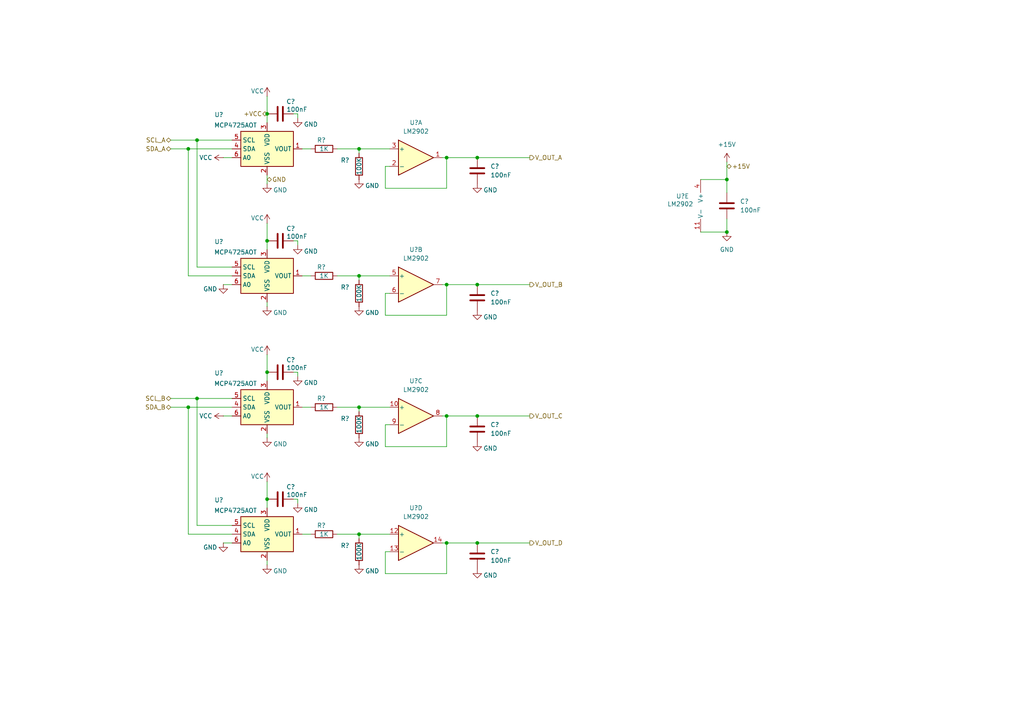
<source format=kicad_sch>
(kicad_sch (version 20250114) (generator "eeschema") (generator_version "9.0")
  (paper "A4")
  (title_block (title "Quad Gerador 0-5V LOW PWR") (date "2025-11-13") (rev "1.0") (company "Centro Oeste Módulos"))
  (lib_symbols
    (symbol "Amplifier_Operational:LM2902" (pin_names (offset 0.127))
      (property "Reference" "U" (at 0 5.08 0))
      (property "Value" "LM2902" (at 0 -5.08 0))
      (symbol "LM2902_1_1"
        (polyline (pts (xy -5.08 5.08) (xy 5.08 0) (xy -5.08 -5.08) (xy -5.08 5.08)) (stroke (width 0.254)) (fill (type background)))
        (pin input line (at -7.62 2.54 0) (length 2.54) (name "+") (number "3"))
        (pin input line (at -7.62 -2.54 0) (length 2.54) (name "-") (number "2"))
        (pin output line (at 7.62 0 180) (length 2.54) (name "~") (number "1"))
      )
      (symbol "LM2902_2_1"
        (polyline (pts (xy -5.08 5.08) (xy 5.08 0) (xy -5.08 -5.08) (xy -5.08 5.08)) (stroke (width 0.254)) (fill (type background)))
        (pin input line (at -7.62 2.54 0) (length 2.54) (name "+") (number "5"))
        (pin input line (at -7.62 -2.54 0) (length 2.54) (name "-") (number "6"))
        (pin output line (at 7.62 0 180) (length 2.54) (name "~") (number "7"))
      )
      (symbol "LM2902_3_1"
        (polyline (pts (xy -5.08 5.08) (xy 5.08 0) (xy -5.08 -5.08) (xy -5.08 5.08)) (stroke (width 0.254)) (fill (type background)))
        (pin input line (at -7.62 2.54 0) (length 2.54) (name "+") (number "10"))
        (pin input line (at -7.62 -2.54 0) (length 2.54) (name "-") (number "9"))
        (pin output line (at 7.62 0 180) (length 2.54) (name "~") (number "8"))
      )
      (symbol "LM2902_4_1"
        (polyline (pts (xy -5.08 5.08) (xy 5.08 0) (xy -5.08 -5.08) (xy -5.08 5.08)) (stroke (width 0.254)) (fill (type background)))
        (pin input line (at -7.62 2.54 0) (length 2.54) (name "+") (number "12"))
        (pin input line (at -7.62 -2.54 0) (length 2.54) (name "-") (number "13"))
        (pin output line (at 7.62 0 180) (length 2.54) (name "~") (number "14"))
      )
      (symbol "LM2902_5_1"
        (pin power_in line (at -2.54 7.62 270) (length 3.81) (name "V+") (number "4"))
        (pin power_in line (at -2.54 -7.62 90) (length 3.81) (name "V-") (number "11"))
      )
    )
    (symbol "Analog_DAC:MCP4725xxx-xCH"
      (property "Reference" "U" (at -6.35 6.35 0))
      (property "Value" "MCP4725xxx-xCH" (at 8.89 6.35 0))
      (symbol "MCP4725xxx-xCH_0_1"
        (rectangle (start -7.62 5.08) (end 7.62 -5.08) (stroke (width 0.254)) (fill (type background)))
      )
      (symbol "MCP4725xxx-xCH_1_1"
        (pin input line (at -10.16 2.54 0) (length 2.54) (name "SCL") (number "5"))
        (pin bidirectional line (at -10.16 0 0) (length 2.54) (name "SDA") (number "4"))
        (pin input line (at -10.16 -2.54 0) (length 2.54) (name "A0") (number "6"))
        (pin power_in line (at 0 7.62 270) (length 2.54) (name "VDD") (number "3"))
        (pin power_in line (at 0 -7.62 90) (length 2.54) (name "VSS") (number "2"))
        (pin output line (at 10.16 0 180) (length 2.54) (name "VOUT") (number "1"))
      )
    )
    (symbol "Device:C" (pin_numbers (hide yes)) (pin_names (offset 0.254))
      (property "Reference" "C" (at 0.635 2.54 0))
      (property "Value" "C" (at 0.635 -2.54 0))
      (symbol "C_0_1"
        (polyline (pts (xy -2.032 0.762) (xy 2.032 0.762)) (stroke (width 0.508)))
        (polyline (pts (xy -2.032 -0.762) (xy 2.032 -0.762)) (stroke (width 0.508)))
      )
      (symbol "C_1_1"
        (pin passive line (at 0 3.81 270) (length 2.794) (name "~") (number "1"))
        (pin passive line (at 0 -3.81 90) (length 2.794) (name "~") (number "2"))
      )
    )
    (symbol "Device:R" (pin_numbers (hide yes)) (pin_names (offset 0))
      (property "Reference" "R" (at 2.032 0 90))
      (property "Value" "R" (at 0 0 90))
      (symbol "R_0_1"
        (rectangle (start -1.016 -2.54) (end 1.016 2.54) (stroke (width 0.254)))
      )
      (symbol "R_1_1"
        (pin passive line (at 0 3.81 270) (length 1.27) (name "~") (number "1"))
        (pin passive line (at 0 -3.81 90) (length 1.27) (name "~") (number "2"))
      )
    )
    (symbol "power:+15V" (power) (pin_numbers (hide yes)) (pin_names (offset 0) (hide yes))
      (property "Value" "+15V" (at 0 3.556 0))
      (symbol "+15V_0_1"
        (polyline (pts (xy -0.762 1.27) (xy 0 2.54)))
        (polyline (pts (xy 0 2.54) (xy 0.762 1.27)))
        (polyline (pts (xy 0 0) (xy 0 2.54)))
      )
      (symbol "+15V_1_1"
        (pin power_in line (at 0 0 90) (length 0) (name "~") (number "1"))
      )
    )
    (symbol "power:GND" (power) (pin_numbers (hide yes)) (pin_names (offset 0) (hide yes))
      (property "Value" "GND" (at 0 -3.81 0))
      (symbol "GND_0_1"
        (polyline (pts (xy 0 0) (xy 0 -1.27) (xy 1.27 -1.27) (xy 0 -2.54) (xy -1.27 -1.27) (xy 0 -1.27)))
      )
      (symbol "GND_1_1"
        (pin power_in line (at 0 0 270) (length 0) (name "~") (number "1"))
      )
    )
    (symbol "power:VCC" (power) (pin_numbers (hide yes)) (pin_names (offset 0) (hide yes))
      (property "Value" "VCC" (at 0 3.556 0))
      (symbol "VCC_0_1"
        (polyline (pts (xy -0.762 1.27) (xy 0 2.54)))
        (polyline (pts (xy 0 2.54) (xy 0.762 1.27)))
        (polyline (pts (xy 0 0) (xy 0 2.54)))
      )
      (symbol "VCC_1_1"
        (pin power_in line (at 0 0 90) (length 0) (name "~") (number "1"))
      )
    )
  )
  (junction (at 210.82 52.07))
  (junction (at 104.14 43.18))
  (junction (at 138.43 82.55))
  (junction (at 54.61 118.11))
  (junction (at 57.15 115.57))
  (junction (at 54.61 43.18))
  (junction (at 77.47 144.78))
  (junction (at 77.47 107.95))
  (junction (at 57.15 40.64))
  (junction (at 138.43 157.48))
  (junction (at 129.54 157.48))
  (junction (at 129.54 120.65))
  (junction (at 138.43 45.72))
  (junction (at 104.14 80.01))
  (junction (at 210.82 67.31))
  (junction (at 104.14 154.94))
  (junction (at 138.43 120.65))
  (junction (at 129.54 82.55))
  (junction (at 104.14 118.11))
  (junction (at 129.54 45.72))
  (junction (at 77.47 33.02))
  (junction (at 77.47 69.85))
  (wire (pts (xy 86.36 69.85) (xy 85.09 69.85)))
  (wire (pts (xy 111.76 123.19) (xy 111.76 129.54)))
  (wire (pts (xy 129.54 45.72) (xy 128.27 45.72)))
  (wire (pts (xy 64.77 82.55) (xy 67.31 82.55)))
  (wire (pts (xy 138.43 120.65) (xy 153.67 120.65)))
  (wire (pts (xy 64.77 45.72) (xy 67.31 45.72)))
  (wire (pts (xy 67.31 77.47) (xy 57.15 77.47)))
  (wire (pts (xy 129.54 166.37) (xy 129.54 157.48)))
  (wire (pts (xy 87.63 154.94) (xy 90.17 154.94)))
  (wire (pts (xy 57.15 152.4) (xy 57.15 115.57)))
  (wire (pts (xy 104.14 118.11) (xy 104.14 119.38)))
  (wire (pts (xy 129.54 91.44) (xy 129.54 82.55)))
  (wire (pts (xy 113.03 48.26) (xy 111.76 48.26)))
  (wire (pts (xy 86.36 33.02) (xy 85.09 33.02)))
  (wire (pts (xy 77.47 69.85) (xy 77.47 72.39)))
  (wire (pts (xy 129.54 157.48) (xy 128.27 157.48)))
  (wire (pts (xy 57.15 115.57) (xy 67.31 115.57)))
  (wire (pts (xy 104.14 80.01) (xy 104.14 81.28)))
  (wire (pts (xy 77.47 88.9) (xy 77.47 87.63)))
  (wire (pts (xy 86.36 107.95) (xy 86.36 109.22)))
  (wire (pts (xy 129.54 120.65) (xy 138.43 120.65)))
  (wire (pts (xy 104.14 43.18) (xy 104.14 44.45)))
  (wire (pts (xy 129.54 82.55) (xy 138.43 82.55)))
  (wire (pts (xy 54.61 118.11) (xy 67.31 118.11)))
  (wire (pts (xy 77.47 127) (xy 77.47 125.73)))
  (wire (pts (xy 86.36 33.02) (xy 86.36 34.29)))
  (wire (pts (xy 203.2 52.07) (xy 210.82 52.07)))
  (wire (pts (xy 111.76 91.44) (xy 129.54 91.44)))
  (wire (pts (xy 113.03 123.19) (xy 111.76 123.19)))
  (wire (pts (xy 138.43 82.55) (xy 153.67 82.55)))
  (wire (pts (xy 104.14 80.01) (xy 113.03 80.01)))
  (wire (pts (xy 97.79 43.18) (xy 104.14 43.18)))
  (wire (pts (xy 104.14 154.94) (xy 113.03 154.94)))
  (wire (pts (xy 129.54 45.72) (xy 138.43 45.72)))
  (wire (pts (xy 77.47 144.78) (xy 77.47 147.32)))
  (wire (pts (xy 129.54 82.55) (xy 128.27 82.55)))
  (wire (pts (xy 129.54 157.48) (xy 138.43 157.48)))
  (wire (pts (xy 49.53 115.57) (xy 57.15 115.57)))
  (wire (pts (xy 86.36 69.85) (xy 86.36 71.12)))
  (wire (pts (xy 138.43 45.72) (xy 153.67 45.72)))
  (wire (pts (xy 97.79 118.11) (xy 104.14 118.11)))
  (wire (pts (xy 77.47 53.34) (xy 77.47 50.8)))
  (wire (pts (xy 97.79 154.94) (xy 104.14 154.94)))
  (wire (pts (xy 113.03 85.09) (xy 111.76 85.09)))
  (wire (pts (xy 87.63 43.18) (xy 90.17 43.18)))
  (wire (pts (xy 129.54 120.65) (xy 128.27 120.65)))
  (wire (pts (xy 138.43 157.48) (xy 153.67 157.48)))
  (wire (pts (xy 64.77 120.65) (xy 67.31 120.65)))
  (wire (pts (xy 77.47 64.77) (xy 77.47 69.85)))
  (wire (pts (xy 77.47 163.83) (xy 77.47 162.56)))
  (wire (pts (xy 77.47 33.02) (xy 77.47 35.56)))
  (wire (pts (xy 203.2 67.31) (xy 210.82 67.31)))
  (wire (pts (xy 67.31 152.4) (xy 57.15 152.4)))
  (wire (pts (xy 49.53 43.18) (xy 54.61 43.18)))
  (wire (pts (xy 86.36 144.78) (xy 85.09 144.78)))
  (wire (pts (xy 129.54 54.61) (xy 129.54 45.72)))
  (wire (pts (xy 49.53 40.64) (xy 57.15 40.64)))
  (wire (pts (xy 111.76 166.37) (xy 129.54 166.37)))
  (wire (pts (xy 86.36 107.95) (xy 85.09 107.95)))
  (wire (pts (xy 77.47 102.87) (xy 77.47 107.95)))
  (wire (pts (xy 57.15 77.47) (xy 57.15 40.64)))
  (wire (pts (xy 54.61 154.94) (xy 54.61 118.11)))
  (wire (pts (xy 57.15 40.64) (xy 67.31 40.64)))
  (wire (pts (xy 111.76 48.26) (xy 111.76 54.61)))
  (wire (pts (xy 104.14 154.94) (xy 104.14 156.21)))
  (wire (pts (xy 129.54 129.54) (xy 129.54 120.65)))
  (wire (pts (xy 210.82 46.99) (xy 210.82 52.07)))
  (wire (pts (xy 210.82 52.07) (xy 210.82 55.88)))
  (wire (pts (xy 54.61 80.01) (xy 54.61 43.18)))
  (wire (pts (xy 77.47 107.95) (xy 77.47 110.49)))
  (wire (pts (xy 64.77 157.48) (xy 67.31 157.48)))
  (wire (pts (xy 67.31 80.01) (xy 54.61 80.01)))
  (wire (pts (xy 104.14 43.18) (xy 113.03 43.18)))
  (wire (pts (xy 54.61 43.18) (xy 67.31 43.18)))
  (wire (pts (xy 77.47 139.7) (xy 77.47 144.78)))
  (wire (pts (xy 111.76 54.61) (xy 129.54 54.61)))
  (wire (pts (xy 86.36 144.78) (xy 86.36 146.05)))
  (wire (pts (xy 87.63 80.01) (xy 90.17 80.01)))
  (wire (pts (xy 111.76 129.54) (xy 129.54 129.54)))
  (wire (pts (xy 111.76 85.09) (xy 111.76 91.44)))
  (wire (pts (xy 104.14 118.11) (xy 113.03 118.11)))
  (wire (pts (xy 210.82 63.5) (xy 210.82 67.31)))
  (wire (pts (xy 87.63 118.11) (xy 90.17 118.11)))
  (wire (pts (xy 97.79 80.01) (xy 104.14 80.01)))
  (wire (pts (xy 67.31 154.94) (xy 54.61 154.94)))
  (wire (pts (xy 113.03 160.02) (xy 111.76 160.02)))
  (wire (pts (xy 49.53 118.11) (xy 54.61 118.11)))
  (wire (pts (xy 77.47 27.94) (xy 77.47 33.02)))
  (wire (pts (xy 111.76 160.02) (xy 111.76 166.37)))
  (hierarchical_label "V_OUT_D" (shape output) (at 153.67 157.48 0))
  (hierarchical_label "V_OUT_C" (shape output) (at 153.67 120.65 0))
  (hierarchical_label "V_OUT_B" (shape output) (at 153.67 82.55 0))
  (hierarchical_label "V_OUT_A" (shape output) (at 153.67 45.72 0))
  (hierarchical_label "SCL_A" (shape bidirectional) (at 49.53 40.64 180))
  (hierarchical_label "SDA_A" (shape bidirectional) (at 49.53 43.18 180))
  (hierarchical_label "SCL_B" (shape bidirectional) (at 49.53 115.57 180))
  (hierarchical_label "SDA_B" (shape bidirectional) (at 49.53 118.11 180))
  (hierarchical_label "+VCC" (shape bidirectional) (at 77.47 33.02 180))
  (hierarchical_label "GND" (shape bidirectional) (at 77.47 52.07 0))
  (hierarchical_label "+15V" (shape bidirectional) (at 210.82 48.26 0))
  (symbol (lib_id "power:GND") (at 104.14 127 0) (unit 1)
    (property "Reference" "#PWR?" (effects (hide yes)))
    (property "Value" "GND" (at 107.95 128.778 0))
    (property "Description" "Power symbol creates a global label with name \"GND\" , ground" (effects (hide yes)))
  )
  (symbol (lib_id "power:GND") (at 86.36 146.05 0) (unit 1)
    (property "Reference" "#PWR?" (effects (hide yes)))
    (property "Value" "GND" (at 90.17 147.828 0))
    (property "Description" "Power symbol creates a global label with name \"GND\" , ground" (effects (hide yes)))
  )
  (symbol (lib_id "Amplifier_Operational:LM2902") (at 120.65 120.65 0) (unit 3)
    (property "Reference" "U?" (at 120.65 110.49 0))
    (property "Value" "LM2902" (at 120.65 113.03 0))
    (property "Footprint" "Package_SO:SOIC-14_3.9x8.7mm_P1.27mm" (effects (hide yes)))
    (property "Datasheet" "http://www.ti.com/lit/ds/symlink/lm2902-n.pdf" (effects (hide yes)))
    (property "Description" "Low-Power, Quad-Operational Amplifiers, DIP-14/SOIC-14/SSOP-14" (effects (hide yes)))
  )
  (symbol (lib_id "Device:R") (at 93.98 118.11 90) (unit 1)
    (property "Reference" "R?" (at 93.218 115.57 90))
    (property "Value" "1K" (at 93.98 118.11 90))
    (property "Footprint" "Resistor_SMD:R_0805_2012Metric" (effects (hide yes)))
    (property "Description" "Resistor" (effects (hide yes)))
  )
  (symbol (lib_id "power:GND") (at 104.14 52.07 0) (unit 1)
    (property "Reference" "#PWR?" (effects (hide yes)))
    (property "Value" "GND" (at 107.95 53.848 0))
    (property "Description" "Power symbol creates a global label with name \"GND\" , ground" (effects (hide yes)))
  )
  (symbol (lib_id "Analog_DAC:MCP4725xxx-xCH") (at 77.47 118.11 0) (unit 1)
    (property "Reference" "U?" (at 63.5 108.204 0))
    (property "Value" "MCP4725AOT" (at 68.326 111.252 0))
    (property "Footprint" "Package_TO_SOT_SMD:SOT-23-6" (effects (hide yes)))
    (property "Datasheet" "http://ww1.microchip.com/downloads/en/DeviceDoc/22039d.pdf" (effects (hide yes)))
    (property "Description" "12-bit Digital-to-Analog Converter, integrated EEPROM, I2C interface, SOT-23-6" (effects (hide yes)))
  )
  (symbol (lib_id "power:VCC") (at 77.47 102.87 0) (unit 1)
    (property "Reference" "#PWR?" (effects (hide yes)))
    (property "Value" "VCC" (at 74.676 101.346 0))
    (property "Description" "Power symbol creates a global label with name \"VCC\"" (effects (hide yes)))
  )
  (symbol (lib_id "power:GND") (at 138.43 165.1 0) (unit 1)
    (property "Reference" "#PWR?" (effects (hide yes)))
    (property "Value" "GND" (at 142.24 166.878 0))
    (property "Description" "Power symbol creates a global label with name \"GND\" , ground" (effects (hide yes)))
  )
  (symbol (lib_id "power:GND") (at 64.77 157.48 0) (unit 1)
    (property "Reference" "#PWR?" (effects (hide yes)))
    (property "Value" "GND" (at 60.96 158.75 0))
    (property "Description" "Power symbol creates a global label with name \"GND\" , ground" (effects (hide yes)))
  )
  (symbol (lib_id "Device:R") (at 104.14 123.19 180) (unit 1)
    (property "Reference" "R?" (at 98.806 121.412 0) (effects (justify right)))
    (property "Value" "100K" (at 104.14 125.73 90) (effects (justify right)))
    (property "Footprint" "Resistor_SMD:R_0805_2012Metric" (effects (hide yes)))
    (property "Description" "Resistor" (effects (hide yes)))
  )
  (symbol (lib_id "Amplifier_Operational:LM2902") (at 120.65 157.48 0) (unit 4)
    (property "Reference" "U?" (at 120.65 147.32 0))
    (property "Value" "LM2902" (at 120.65 149.86 0))
    (property "Footprint" "Package_SO:SOIC-14_3.9x8.7mm_P1.27mm" (effects (hide yes)))
    (property "Datasheet" "http://www.ti.com/lit/ds/symlink/lm2902-n.pdf" (effects (hide yes)))
    (property "Description" "Low-Power, Quad-Operational Amplifiers, DIP-14/SOIC-14/SSOP-14" (effects (hide yes)))
  )
  (symbol (lib_id "power:VCC") (at 64.77 120.65 90) (unit 1)
    (property "Reference" "#PWR?" (effects (hide yes)))
    (property "Value" "VCC" (at 59.69 120.65 90))
    (property "Description" "Power symbol creates a global label with name \"VCC\"" (effects (hide yes)))
  )
  (symbol (lib_id "power:VCC") (at 77.47 139.7 0) (unit 1)
    (property "Reference" "#PWR?" (effects (hide yes)))
    (property "Value" "VCC" (at 74.676 138.176 0))
    (property "Description" "Power symbol creates a global label with name \"VCC\"" (effects (hide yes)))
  )
  (symbol (lib_id "Device:C") (at 81.28 33.02 90) (unit 1)
    (property "Reference" "C?" (at 84.328 29.464 90))
    (property "Value" "100nF" (at 86.106 31.75 90))
    (property "Footprint" "Capacitor_SMD:C_0805_2012Metric" (effects (hide yes)))
    (property "Description" "Unpolarized capacitor" (effects (hide yes)))
  )
  (symbol (lib_id "Device:R") (at 104.14 85.09 180) (unit 1)
    (property "Reference" "R?" (at 98.806 83.312 0) (effects (justify right)))
    (property "Value" "100K" (at 104.14 87.63 90) (effects (justify right)))
    (property "Footprint" "Resistor_SMD:R_0805_2012Metric" (effects (hide yes)))
    (property "Description" "Resistor" (effects (hide yes)))
  )
  (symbol (lib_id "power:GND") (at 138.43 53.34 0) (unit 1)
    (property "Reference" "#PWR?" (effects (hide yes)))
    (property "Value" "GND" (at 142.24 55.118 0))
    (property "Description" "Power symbol creates a global label with name \"GND\" , ground" (effects (hide yes)))
  )
  (symbol (lib_id "power:GND") (at 86.36 34.29 0) (unit 1)
    (property "Reference" "#PWR?" (effects (hide yes)))
    (property "Value" "GND" (at 90.17 36.068 0))
    (property "Description" "Power symbol creates a global label with name \"GND\" , ground" (effects (hide yes)))
  )
  (symbol (lib_id "power:GND") (at 77.47 53.34 0) (unit 1)
    (property "Reference" "#PWR?" (effects (hide yes)))
    (property "Value" "GND" (at 81.28 55.118 0))
    (property "Description" "Power symbol creates a global label with name \"GND\" , ground" (effects (hide yes)))
  )
  (symbol (lib_id "Device:C") (at 81.28 69.85 90) (unit 1)
    (property "Reference" "C?" (at 84.328 66.294 90))
    (property "Value" "100nF" (at 86.106 68.58 90))
    (property "Footprint" "Capacitor_SMD:C_0805_2012Metric" (effects (hide yes)))
    (property "Description" "Unpolarized capacitor" (effects (hide yes)))
  )
  (symbol (lib_id "power:GND") (at 138.43 128.27 0) (unit 1)
    (property "Reference" "#PWR?" (effects (hide yes)))
    (property "Value" "GND" (at 142.24 130.048 0))
    (property "Description" "Power symbol creates a global label with name \"GND\" , ground" (effects (hide yes)))
  )
  (symbol (lib_id "Device:C") (at 138.43 161.29 0) (unit 1)
    (property "Reference" "C?" (at 142.24 160.0199 0) (effects (justify left)))
    (property "Value" "100nF" (at 142.24 162.5599 0) (effects (justify left)))
    (property "Footprint" "Capacitor_SMD:C_0805_2012Metric" (effects (hide yes)))
    (property "Description" "Unpolarized capacitor" (effects (hide yes)))
  )
  (symbol (lib_id "power:GND") (at 104.14 163.83 0) (unit 1)
    (property "Reference" "#PWR?" (effects (hide yes)))
    (property "Value" "GND" (at 107.95 165.608 0))
    (property "Description" "Power symbol creates a global label with name \"GND\" , ground" (effects (hide yes)))
  )
  (symbol (lib_id "power:GND") (at 64.77 82.55 0) (unit 1)
    (property "Reference" "#PWR?" (effects (hide yes)))
    (property "Value" "GND" (at 60.96 83.82 0))
    (property "Description" "Power symbol creates a global label with name \"GND\" , ground" (effects (hide yes)))
  )
  (symbol (lib_id "Analog_DAC:MCP4725xxx-xCH") (at 77.47 80.01 0) (unit 1)
    (property "Reference" "U?" (at 63.5 70.104 0))
    (property "Value" "MCP4725AOT" (at 68.326 73.152 0))
    (property "Footprint" "Package_TO_SOT_SMD:SOT-23-6" (effects (hide yes)))
    (property "Datasheet" "http://ww1.microchip.com/downloads/en/DeviceDoc/22039d.pdf" (effects (hide yes)))
    (property "Description" "12-bit Digital-to-Analog Converter, integrated EEPROM, I2C interface, SOT-23-6" (effects (hide yes)))
  )
  (symbol (lib_id "Amplifier_Operational:LM2902") (at 205.74 59.69 0) (unit 5)
    (property "Reference" "U?" (at 196.088 56.896 0) (effects (justify left)))
    (property "Value" "LM2902" (at 193.548 59.182 0) (effects (justify left)))
    (property "Footprint" "Package_SO:SOIC-14_3.9x8.7mm_P1.27mm" (effects (hide yes)))
    (property "Datasheet" "http://www.ti.com/lit/ds/symlink/lm2902-n.pdf" (effects (hide yes)))
    (property "Description" "Low-Power, Quad-Operational Amplifiers, DIP-14/SOIC-14/SSOP-14" (effects (hide yes)))
  )
  (symbol (lib_id "power:VCC") (at 77.47 27.94 0) (unit 1)
    (property "Reference" "#PWR?" (effects (hide yes)))
    (property "Value" "VCC" (at 74.676 26.416 0))
    (property "Description" "Power symbol creates a global label with name \"VCC\"" (effects (hide yes)))
  )
  (symbol (lib_id "power:GND") (at 138.43 90.17 0) (unit 1)
    (property "Reference" "#PWR?" (effects (hide yes)))
    (property "Value" "GND" (at 142.24 91.948 0))
    (property "Description" "Power symbol creates a global label with name \"GND\" , ground" (effects (hide yes)))
  )
  (symbol (lib_id "Amplifier_Operational:LM2902") (at 120.65 45.72 0) (unit 1)
    (property "Reference" "U?" (at 120.65 35.56 0))
    (property "Value" "LM2902" (at 120.65 38.1 0))
    (property "Footprint" "Package_SO:SOIC-14_3.9x8.7mm_P1.27mm" (effects (hide yes)))
    (property "Datasheet" "http://www.ti.com/lit/ds/symlink/lm2902-n.pdf" (effects (hide yes)))
    (property "Description" "Low-Power, Quad-Operational Amplifiers, DIP-14/SOIC-14/SSOP-14" (effects (hide yes)))
  )
  (symbol (lib_id "Device:R") (at 93.98 80.01 90) (unit 1)
    (property "Reference" "R?" (at 93.218 77.47 90))
    (property "Value" "1K" (at 93.98 80.01 90))
    (property "Footprint" "Resistor_SMD:R_0805_2012Metric" (effects (hide yes)))
    (property "Description" "Resistor" (effects (hide yes)))
  )
  (symbol (lib_id "Device:C") (at 138.43 124.46 0) (unit 1)
    (property "Reference" "C?" (at 142.24 123.1899 0) (effects (justify left)))
    (property "Value" "100nF" (at 142.24 125.7299 0) (effects (justify left)))
    (property "Footprint" "Capacitor_SMD:C_0805_2012Metric" (effects (hide yes)))
    (property "Description" "Unpolarized capacitor" (effects (hide yes)))
  )
  (symbol (lib_id "power:VCC") (at 64.77 45.72 90) (unit 1)
    (property "Reference" "#PWR?" (effects (hide yes)))
    (property "Value" "VCC" (at 59.69 45.72 90))
    (property "Description" "Power symbol creates a global label with name \"VCC\"" (effects (hide yes)))
  )
  (symbol (lib_id "Device:R") (at 93.98 154.94 90) (unit 1)
    (property "Reference" "R?" (at 93.218 152.4 90))
    (property "Value" "1K" (at 93.98 154.94 90))
    (property "Footprint" "Resistor_SMD:R_0805_2012Metric" (effects (hide yes)))
    (property "Description" "Resistor" (effects (hide yes)))
  )
  (symbol (lib_id "power:GND") (at 86.36 71.12 0) (unit 1)
    (property "Reference" "#PWR?" (effects (hide yes)))
    (property "Value" "GND" (at 90.17 72.898 0))
    (property "Description" "Power symbol creates a global label with name \"GND\" , ground" (effects (hide yes)))
  )
  (symbol (lib_id "Device:R") (at 93.98 43.18 90) (unit 1)
    (property "Reference" "R?" (at 93.218 40.64 90))
    (property "Value" "1K" (at 93.98 43.18 90))
    (property "Footprint" "Resistor_SMD:R_0805_2012Metric" (effects (hide yes)))
    (property "Description" "Resistor" (effects (hide yes)))
  )
  (symbol (lib_id "Analog_DAC:MCP4725xxx-xCH") (at 77.47 154.94 0) (unit 1)
    (property "Reference" "U?" (at 63.5 145.034 0))
    (property "Value" "MCP4725AOT" (at 68.326 148.082 0))
    (property "Footprint" "Package_TO_SOT_SMD:SOT-23-6" (effects (hide yes)))
    (property "Datasheet" "http://ww1.microchip.com/downloads/en/DeviceDoc/22039d.pdf" (effects (hide yes)))
    (property "Description" "12-bit Digital-to-Analog Converter, integrated EEPROM, I2C interface, SOT-23-6" (effects (hide yes)))
  )
  (symbol (lib_id "Device:C") (at 81.28 107.95 90) (unit 1)
    (property "Reference" "C?" (at 84.328 104.394 90))
    (property "Value" "100nF" (at 86.106 106.68 90))
    (property "Footprint" "Capacitor_SMD:C_0805_2012Metric" (effects (hide yes)))
    (property "Description" "Unpolarized capacitor" (effects (hide yes)))
  )
  (symbol (lib_id "Device:R") (at 104.14 160.02 180) (unit 1)
    (property "Reference" "R?" (at 98.806 158.242 0) (effects (justify right)))
    (property "Value" "100K" (at 104.14 162.56 90) (effects (justify right)))
    (property "Footprint" "Resistor_SMD:R_0805_2012Metric" (effects (hide yes)))
    (property "Description" "Resistor" (effects (hide yes)))
  )
  (symbol (lib_id "power:GND") (at 77.47 88.9 0) (unit 1)
    (property "Reference" "#PWR?" (effects (hide yes)))
    (property "Value" "GND" (at 81.28 90.678 0))
    (property "Description" "Power symbol creates a global label with name \"GND\" , ground" (effects (hide yes)))
  )
  (symbol (lib_id "power:GND") (at 86.36 109.22 0) (unit 1)
    (property "Reference" "#PWR?" (effects (hide yes)))
    (property "Value" "GND" (at 90.17 110.998 0))
    (property "Description" "Power symbol creates a global label with name \"GND\" , ground" (effects (hide yes)))
  )
  (symbol (lib_id "power:GND") (at 77.47 163.83 0) (unit 1)
    (property "Reference" "#PWR?" (effects (hide yes)))
    (property "Value" "GND" (at 81.28 165.608 0))
    (property "Description" "Power symbol creates a global label with name \"GND\" , ground" (effects (hide yes)))
  )
  (symbol (lib_id "power:GND") (at 210.82 67.31 0) (unit 1)
    (property "Reference" "#PWR?" (effects (hide yes)))
    (property "Value" "GND" (at 210.82 72.39 0))
    (property "Description" "Power symbol creates a global label with name \"GND\" , ground" (effects (hide yes)))
  )
  (symbol (lib_id "Amplifier_Operational:LM2902") (at 120.65 82.55 0) (unit 2)
    (property "Reference" "U?" (at 120.65 72.39 0))
    (property "Value" "LM2902" (at 120.65 74.93 0))
    (property "Footprint" "Package_SO:SOIC-14_3.9x8.7mm_P1.27mm" (effects (hide yes)))
    (property "Datasheet" "http://www.ti.com/lit/ds/symlink/lm2902-n.pdf" (effects (hide yes)))
    (property "Description" "Low-Power, Quad-Operational Amplifiers, DIP-14/SOIC-14/SSOP-14" (effects (hide yes)))
  )
  (symbol (lib_id "Device:R") (at 104.14 48.26 180) (unit 1)
    (property "Reference" "R?" (at 98.806 46.482 0) (effects (justify right)))
    (property "Value" "100K" (at 104.14 50.8 90) (effects (justify right)))
    (property "Footprint" "Resistor_SMD:R_0805_2012Metric" (effects (hide yes)))
    (property "Description" "Resistor" (effects (hide yes)))
  )
  (symbol (lib_id "Device:C") (at 138.43 49.53 0) (unit 1)
    (property "Reference" "C?" (at 142.24 48.2599 0) (effects (justify left)))
    (property "Value" "100nF" (at 142.24 50.7999 0) (effects (justify left)))
    (property "Footprint" "Capacitor_SMD:C_0805_2012Metric" (effects (hide yes)))
    (property "Description" "Unpolarized capacitor" (effects (hide yes)))
  )
  (symbol (lib_id "Device:C") (at 81.28 144.78 90) (unit 1)
    (property "Reference" "C?" (at 84.328 141.224 90))
    (property "Value" "100nF" (at 86.106 143.51 90))
    (property "Footprint" "Capacitor_SMD:C_0805_2012Metric" (effects (hide yes)))
    (property "Description" "Unpolarized capacitor" (effects (hide yes)))
  )
  (symbol (lib_id "Device:C") (at 138.43 86.36 0) (unit 1)
    (property "Reference" "C?" (at 142.24 85.0899 0) (effects (justify left)))
    (property "Value" "100nF" (at 142.24 87.6299 0) (effects (justify left)))
    (property "Footprint" "Capacitor_SMD:C_0805_2012Metric" (effects (hide yes)))
    (property "Description" "Unpolarized capacitor" (effects (hide yes)))
  )
  (symbol (lib_id "power:+15V") (at 210.82 46.99 0) (unit 1)
    (property "Reference" "#PWR?" (effects (hide yes)))
    (property "Value" "+15V" (at 210.82 41.91 0))
    (property "Description" "Power symbol creates a global label with name \"+15V\"" (effects (hide yes)))
  )
  (symbol (lib_id "power:GND") (at 77.47 127 0) (unit 1)
    (property "Reference" "#PWR?" (effects (hide yes)))
    (property "Value" "GND" (at 81.28 128.778 0))
    (property "Description" "Power symbol creates a global label with name \"GND\" , ground" (effects (hide yes)))
  )
  (symbol (lib_id "Device:C") (at 210.82 59.69 0) (unit 1)
    (property "Reference" "C?" (at 214.63 58.4199 0) (effects (justify left)))
    (property "Value" "100nF" (at 214.63 60.9599 0) (effects (justify left)))
    (property "Footprint" "Capacitor_SMD:C_0805_2012Metric" (effects (hide yes)))
    (property "Description" "Unpolarized capacitor" (effects (hide yes)))
  )
  (symbol (lib_id "power:GND") (at 104.14 88.9 0) (unit 1)
    (property "Reference" "#PWR?" (effects (hide yes)))
    (property "Value" "GND" (at 107.95 90.678 0))
    (property "Description" "Power symbol creates a global label with name \"GND\" , ground" (effects (hide yes)))
  )
  (symbol (lib_id "Analog_DAC:MCP4725xxx-xCH") (at 77.47 43.18 0) (unit 1)
    (property "Reference" "U?" (at 63.5 33.274 0))
    (property "Value" "MCP4725AOT" (at 68.326 36.322 0))
    (property "Footprint" "Package_TO_SOT_SMD:SOT-23-6" (effects (hide yes)))
    (property "Datasheet" "http://ww1.microchip.com/downloads/en/DeviceDoc/22039d.pdf" (effects (hide yes)))
    (property "Description" "12-bit Digital-to-Analog Converter, integrated EEPROM, I2C interface, SOT-23-6" (effects (hide yes)))
  )
  (symbol (lib_id "power:VCC") (at 77.47 64.77 0) (unit 1)
    (property "Reference" "#PWR?" (effects (hide yes)))
    (property "Value" "VCC" (at 74.676 63.246 0))
    (property "Description" "Power symbol creates a global label with name \"VCC\"" (effects (hide yes)))
  )
)
</source>
